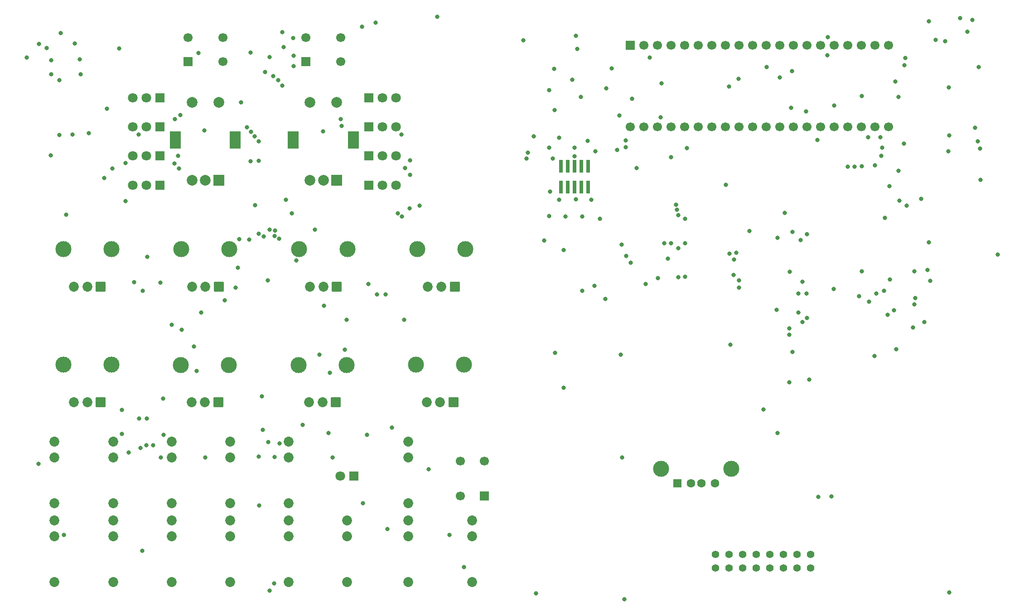
<source format=gbr>
%TF.GenerationSoftware,KiCad,Pcbnew,(6.0.10)*%
%TF.CreationDate,2023-02-08T13:20:32+00:00*%
%TF.ProjectId,fjol-daisy,666a6f6c-2d64-4616-9973-792e6b696361,rev?*%
%TF.SameCoordinates,Original*%
%TF.FileFunction,Soldermask,Bot*%
%TF.FilePolarity,Negative*%
%FSLAX46Y46*%
G04 Gerber Fmt 4.6, Leading zero omitted, Abs format (unit mm)*
G04 Created by KiCad (PCBNEW (6.0.10)) date 2023-02-08 13:20:32*
%MOMM*%
%LPD*%
G01*
G04 APERTURE LIST*
G04 Aperture macros list*
%AMRoundRect*
0 Rectangle with rounded corners*
0 $1 Rounding radius*
0 $2 $3 $4 $5 $6 $7 $8 $9 X,Y pos of 4 corners*
0 Add a 4 corners polygon primitive as box body*
4,1,4,$2,$3,$4,$5,$6,$7,$8,$9,$2,$3,0*
0 Add four circle primitives for the rounded corners*
1,1,$1+$1,$2,$3*
1,1,$1+$1,$4,$5*
1,1,$1+$1,$6,$7*
1,1,$1+$1,$8,$9*
0 Add four rect primitives between the rounded corners*
20,1,$1+$1,$2,$3,$4,$5,0*
20,1,$1+$1,$4,$5,$6,$7,0*
20,1,$1+$1,$6,$7,$8,$9,0*
20,1,$1+$1,$8,$9,$2,$3,0*%
G04 Aperture macros list end*
%ADD10C,1.853200*%
%ADD11R,0.740000X2.400000*%
%ADD12RoundRect,0.101600X-0.825000X0.825000X-0.825000X-0.825000X0.825000X-0.825000X0.825000X0.825000X0*%
%ADD13C,2.997200*%
%ADD14R,1.700000X1.700000*%
%ADD15C,1.700000*%
%ADD16C,1.422400*%
%ADD17R,2.000000X2.000000*%
%ADD18C,2.000000*%
%ADD19R,2.000000X3.200000*%
%ADD20R,1.800000X1.800000*%
%ADD21C,1.800000*%
%ADD22R,1.600000X1.500000*%
%ADD23C,1.600000*%
%ADD24C,3.000000*%
%ADD25C,0.800000*%
G04 APERTURE END LIST*
D10*
%TO.C,CV-RAT1*%
X141912082Y-157358929D03*
X141912082Y-148858929D03*
X141912082Y-145858929D03*
%TD*%
%TO.C,CV-REL1*%
X109100602Y-157358929D03*
X109100602Y-148858929D03*
X109100602Y-145858929D03*
%TD*%
%TO.C,CV-PM1*%
X152849242Y-157358929D03*
X152849242Y-148858929D03*
X152849242Y-145858929D03*
%TD*%
%TO.C,CV-RAT2*%
X120037762Y-157358929D03*
X120037762Y-148858929D03*
X120037762Y-145858929D03*
%TD*%
%TO.C,CV-PM2*%
X130974922Y-157358929D03*
X130974922Y-148858929D03*
X130974922Y-145858929D03*
%TD*%
%TO.C,LEFT-OUT1*%
X98163438Y-142626929D03*
X98163438Y-134126929D03*
X98163438Y-131126929D03*
%TD*%
%TO.C,GATE-OUT1*%
X164286402Y-142626929D03*
X164286402Y-134126929D03*
X164286402Y-131126929D03*
%TD*%
%TO.C,RIGHT-OUT1*%
X98163438Y-157346180D03*
X98163438Y-148846180D03*
X98163438Y-145846180D03*
%TD*%
%TO.C,CV-CTL2*%
X130974922Y-142626929D03*
X130974922Y-134126929D03*
X130974922Y-131126929D03*
%TD*%
%TO.C,cv-cutoff1*%
X141912082Y-142626929D03*
X141912082Y-134126929D03*
X141912082Y-131126929D03*
%TD*%
D11*
%TO.C,J2*%
X192785000Y-79650000D03*
X192785000Y-83550000D03*
X194055000Y-79650000D03*
X194055000Y-83550000D03*
X195325000Y-79650000D03*
X195325000Y-83550000D03*
X196595000Y-79650000D03*
X196595000Y-83550000D03*
X197865000Y-79650000D03*
X197865000Y-83550000D03*
%TD*%
D12*
%TO.C,ATTACK1*%
X172700338Y-123732280D03*
D10*
X170200338Y-123732280D03*
X167700338Y-123732280D03*
D13*
X174700338Y-116732280D03*
X165700338Y-116732280D03*
%TD*%
D12*
%TO.C,cutoff1*%
X128768338Y-123795780D03*
D10*
X126268338Y-123795780D03*
X123768338Y-123795780D03*
D13*
X130768338Y-116795780D03*
X121768338Y-116795780D03*
%TD*%
D12*
%TO.C,RELEASE1*%
X150734338Y-123795780D03*
D10*
X148234338Y-123795780D03*
X145734338Y-123795780D03*
D13*
X152734338Y-116795780D03*
X143734338Y-116795780D03*
%TD*%
D14*
%TO.C,sw-midi1*%
X178473562Y-141246180D03*
D15*
X178473562Y-134746180D03*
X173973562Y-141246180D03*
X173973562Y-134746180D03*
%TD*%
D12*
%TO.C,CTL2*%
X106802338Y-123747280D03*
D10*
X104302338Y-123747280D03*
X101802338Y-123747280D03*
D13*
X108802338Y-116747280D03*
X99802338Y-116747280D03*
%TD*%
D10*
%TO.C,MIDI-IN1*%
X176223562Y-157358929D03*
X176223562Y-148858929D03*
X176223562Y-145858929D03*
%TD*%
%TO.C,MIDI-THRU1*%
X164286402Y-157358929D03*
X164286402Y-148858929D03*
X164286402Y-145858929D03*
%TD*%
D16*
%TO.C,J1*%
X221698404Y-152196800D03*
X221698404Y-154736800D03*
X224238404Y-152196800D03*
X224238404Y-154736800D03*
X226778404Y-152196800D03*
X226778404Y-154736800D03*
X229318404Y-152196800D03*
X229318404Y-154736800D03*
X231858404Y-152196800D03*
X231858404Y-154736800D03*
X234398404Y-152196800D03*
X234398404Y-154736800D03*
X236938404Y-152196800D03*
X236938404Y-154736800D03*
X239478404Y-152196800D03*
X239478404Y-154736800D03*
%TD*%
D14*
%TO.C,sw-sel2*%
X123103372Y-60096180D03*
D15*
X129603372Y-60096180D03*
X123103372Y-55596180D03*
X129603372Y-55596180D03*
%TD*%
D17*
%TO.C,SW3*%
X150895905Y-82246180D03*
D18*
X145895905Y-82246180D03*
X148395905Y-82246180D03*
D19*
X153995905Y-74746180D03*
X142795905Y-74746180D03*
D18*
X145895905Y-67746180D03*
X150895905Y-67746180D03*
%TD*%
D17*
%TO.C,SW4*%
X128853372Y-82246180D03*
D18*
X123853372Y-82246180D03*
X126353372Y-82246180D03*
D19*
X120753372Y-74746180D03*
X131953372Y-74746180D03*
D18*
X123853372Y-67746180D03*
X128853372Y-67746180D03*
%TD*%
D10*
%TO.C,CV-CTL3*%
X120037762Y-142626929D03*
X120037762Y-134126929D03*
X120037762Y-131126929D03*
%TD*%
%TO.C,CV-CTL4*%
X109100602Y-142626929D03*
X109100602Y-134126929D03*
X109100602Y-131126929D03*
%TD*%
D20*
%TO.C,D5*%
X156867172Y-66821180D03*
D21*
X159407172Y-66821180D03*
X161947172Y-66821180D03*
%TD*%
D20*
%TO.C,D6*%
X156867172Y-72271180D03*
D21*
X159407172Y-72271180D03*
X161947172Y-72271180D03*
%TD*%
D20*
%TO.C,D7*%
X156867172Y-77721180D03*
D21*
X159407172Y-77721180D03*
X161947172Y-77721180D03*
%TD*%
D20*
%TO.C,D8*%
X156867172Y-83171180D03*
D21*
X159407172Y-83171180D03*
X161947172Y-83171180D03*
%TD*%
D20*
%TO.C,D9*%
X117882105Y-66821180D03*
D21*
X115342105Y-66821180D03*
X112802105Y-66821180D03*
%TD*%
D20*
%TO.C,D10*%
X117882105Y-72271180D03*
D21*
X115342105Y-72271180D03*
X112802105Y-72271180D03*
%TD*%
D20*
%TO.C,D11*%
X117882105Y-77721180D03*
D21*
X115342105Y-77721180D03*
X112802105Y-77721180D03*
%TD*%
D20*
%TO.C,D12*%
X117882105Y-83171180D03*
D21*
X115342105Y-83171180D03*
X112802105Y-83171180D03*
%TD*%
D14*
%TO.C,sw-sel1*%
X145145905Y-60096180D03*
D15*
X151645905Y-60096180D03*
X145145905Y-55596180D03*
X151645905Y-55596180D03*
%TD*%
D12*
%TO.C,PM2*%
X128853373Y-102133480D03*
D10*
X126353373Y-102133480D03*
X123853373Y-102133480D03*
D13*
X130853373Y-95133480D03*
X121853373Y-95133480D03*
%TD*%
D12*
%TO.C,RATIO1*%
X150895905Y-102133480D03*
D10*
X148395905Y-102133480D03*
X145895905Y-102133480D03*
D13*
X152895905Y-95133480D03*
X143895905Y-95133480D03*
%TD*%
D12*
%TO.C,RATIO2*%
X106810838Y-102133480D03*
D10*
X104310838Y-102133480D03*
X101810838Y-102133480D03*
D13*
X108810838Y-95133480D03*
X99810838Y-95133480D03*
%TD*%
D12*
%TO.C,PM1*%
X172938438Y-102133480D03*
D10*
X170438438Y-102133480D03*
X167938438Y-102133480D03*
D13*
X174938438Y-95133480D03*
X165938438Y-95133480D03*
%TD*%
D14*
%TO.C,A1*%
X205775000Y-57022500D03*
D15*
X208315000Y-57022500D03*
X210855000Y-57022500D03*
X213395000Y-57022500D03*
X215935000Y-57022500D03*
X218475000Y-57022500D03*
X221015000Y-57022500D03*
X223555000Y-57022500D03*
X226095000Y-57022500D03*
X228635000Y-57022500D03*
X231175000Y-57022500D03*
X233715000Y-57022500D03*
X236255000Y-57022500D03*
X238795000Y-57022500D03*
X241335000Y-57022500D03*
X243875000Y-57022500D03*
X246415000Y-57022500D03*
X248955000Y-57022500D03*
X251495000Y-57022500D03*
X254035000Y-57022500D03*
X254035000Y-72262500D03*
X251495000Y-72262500D03*
X248955000Y-72262500D03*
X246415000Y-72262500D03*
X243875000Y-72262500D03*
X241335000Y-72262500D03*
X238795000Y-72262500D03*
X236255000Y-72262500D03*
X233715000Y-72262500D03*
X231175000Y-72262500D03*
X228635000Y-72262500D03*
X226095000Y-72262500D03*
X223555000Y-72262500D03*
X221015000Y-72262500D03*
X218475000Y-72262500D03*
X215935000Y-72262500D03*
X213395000Y-72262500D03*
X210855000Y-72262500D03*
X208315000Y-72262500D03*
X205775000Y-72262500D03*
%TD*%
D22*
%TO.C,X1*%
X214570000Y-138880000D03*
D23*
X217070000Y-138880000D03*
X219070000Y-138880000D03*
X221570000Y-138880000D03*
D24*
X211500000Y-136170000D03*
X224640000Y-136170000D03*
%TD*%
D20*
%TO.C,D4*%
X154124242Y-137575000D03*
D21*
X151584242Y-137575000D03*
%TD*%
D25*
X158191200Y-52832000D03*
X125069600Y-58470800D03*
X274421600Y-96189800D03*
X225075000Y-100000000D03*
X214750000Y-100425000D03*
X212100000Y-94075000D03*
X228000000Y-91750000D03*
X215975000Y-94025000D03*
X225600000Y-95825000D03*
X271075000Y-76325000D03*
X211437500Y-70487500D03*
X205800000Y-97675000D03*
X196799200Y-102946200D03*
X235458000Y-109931200D03*
X251725000Y-103475000D03*
X258875000Y-105450000D03*
X255050000Y-106550000D03*
X261325000Y-99000000D03*
X235458000Y-111150400D03*
X254254000Y-100787200D03*
X248513600Y-103936800D03*
X248970800Y-99263200D03*
X236025000Y-91950000D03*
X261525000Y-93875000D03*
X240875000Y-141425000D03*
X260705600Y-108813600D03*
X243370100Y-141338300D03*
X236045900Y-114329100D03*
X140730000Y-54550000D03*
X107416600Y-81813400D03*
X142870000Y-58980000D03*
X142525000Y-88475000D03*
X111429800Y-79019400D03*
X138310000Y-59260000D03*
X111430000Y-86130000D03*
X141375000Y-85950000D03*
X137051438Y-128901180D03*
X142850000Y-60930000D03*
X142790000Y-55660000D03*
X107975400Y-68935600D03*
X120050000Y-109275000D03*
X113988438Y-126796180D03*
X140226438Y-131441180D03*
X115438438Y-126796180D03*
X108940600Y-80086200D03*
X110738438Y-125221180D03*
X115334438Y-131822180D03*
X129988438Y-104721180D03*
X224485200Y-113030000D03*
X201117200Y-104419400D03*
X197775000Y-74900000D03*
X204875000Y-76050000D03*
X251409200Y-115112800D03*
X204000000Y-114850000D03*
X191681100Y-114515900D03*
X189636400Y-93563600D03*
X204622400Y-160578800D03*
X265362500Y-159287500D03*
X204100000Y-94325000D03*
X148538438Y-105696180D03*
X147638438Y-114896180D03*
X247625000Y-79700000D03*
X193325000Y-95350000D03*
X95188438Y-135296180D03*
X121938438Y-110196180D03*
X125588438Y-106996180D03*
X99938438Y-148596180D03*
X138338438Y-158946180D03*
X136388438Y-143096180D03*
X171938438Y-148546180D03*
X136338438Y-133946180D03*
X144538438Y-127996180D03*
X174688438Y-154546180D03*
X92933209Y-59354409D03*
X97427438Y-77593180D03*
X134765438Y-78736180D03*
X134765438Y-58416180D03*
X132987438Y-67687180D03*
X155593438Y-53590180D03*
X148354438Y-73148180D03*
X140988438Y-57400180D03*
X169690438Y-51685180D03*
X126184938Y-72949680D03*
X257000000Y-60800000D03*
X257175000Y-59425000D03*
X155810000Y-142680000D03*
X168038438Y-136296180D03*
X136888438Y-122646180D03*
X185750000Y-56100000D03*
X203250000Y-76575000D03*
X233075000Y-106475000D03*
X186375000Y-78200000D03*
X191300000Y-78200000D03*
X192425000Y-74300000D03*
X195625000Y-55250000D03*
X199075000Y-101975000D03*
X140113438Y-93171180D03*
X156809638Y-101642380D03*
X134563438Y-93371180D03*
X113028572Y-101356046D03*
X143313438Y-97271180D03*
X158438438Y-103646180D03*
X146838438Y-91471180D03*
X159988438Y-103596180D03*
X137988438Y-100971180D03*
X139242800Y-92710000D03*
X117960106Y-101374512D03*
X131988438Y-102321180D03*
X114213438Y-132321180D03*
X163463438Y-108346180D03*
X124238438Y-113346180D03*
X152763438Y-108321180D03*
X116588438Y-131821180D03*
X225175000Y-97125000D03*
X212775000Y-96900000D03*
X210875000Y-100600000D03*
X226025000Y-102300000D03*
X215975000Y-100300000D03*
X226025000Y-101025000D03*
X258800000Y-99300000D03*
X234594400Y-88341200D03*
X261772400Y-101041200D03*
X190575000Y-65400000D03*
X230600000Y-125100000D03*
X206925000Y-79950000D03*
X211575000Y-64175000D03*
X250342400Y-105003600D03*
X237900000Y-101225000D03*
X193300000Y-121050000D03*
X255473200Y-113842800D03*
X235575000Y-99350000D03*
X208625000Y-101700000D03*
X201250000Y-65125000D03*
X188163200Y-159461200D03*
X250225000Y-74250000D03*
X259000000Y-104250000D03*
X206075000Y-67025000D03*
X249050000Y-66550000D03*
X243789200Y-102565200D03*
X252475000Y-74250000D03*
X195825000Y-57700000D03*
X260096000Y-85775800D03*
X253175000Y-102900000D03*
X204200000Y-134130000D03*
X237950000Y-108750000D03*
X187700000Y-74050000D03*
X253350000Y-89325000D03*
X253796800Y-107442000D03*
X258575000Y-109750000D03*
X124688438Y-117946180D03*
X126288438Y-134096180D03*
X138088438Y-131246180D03*
X114588438Y-151496180D03*
X149388438Y-129496180D03*
X149648338Y-118286280D03*
X161238438Y-128486562D03*
X156580000Y-129840000D03*
X152375000Y-113975000D03*
X110738438Y-129671180D03*
X112000938Y-133158680D03*
X118513438Y-129846180D03*
X118488438Y-123121180D03*
X118013438Y-134046180D03*
X136296400Y-92252800D03*
X137538438Y-61996180D03*
X137261600Y-92811600D03*
X139038438Y-62796180D03*
X138379200Y-91490800D03*
X139988438Y-63596180D03*
X139344400Y-91694000D03*
X140688438Y-64596180D03*
X166338438Y-86996180D03*
X164566600Y-78536800D03*
X162977180Y-73696180D03*
X164500000Y-87525000D03*
X163075000Y-89025000D03*
X164638438Y-81246180D03*
X162275000Y-88475000D03*
X163688438Y-79946180D03*
X134138438Y-72346180D03*
X113888438Y-73696180D03*
X121288438Y-77696180D03*
X134838438Y-73196180D03*
X135588438Y-74046180D03*
X120538438Y-79146180D03*
X121438438Y-80046180D03*
X136288438Y-74996180D03*
X132663438Y-93271180D03*
X115513438Y-96571180D03*
X150088438Y-134096180D03*
X160388438Y-147496180D03*
X209375000Y-59325000D03*
X204962500Y-96387500D03*
X233222800Y-129489200D03*
X224225000Y-64725000D03*
X255900000Y-80525000D03*
X271200000Y-82225000D03*
X255875000Y-66725000D03*
X233225000Y-93050000D03*
X213375000Y-94025000D03*
X114613438Y-102946180D03*
X132388438Y-98596180D03*
X139188438Y-157646180D03*
X139288438Y-133996180D03*
X110214420Y-57654180D03*
X120668438Y-70862180D03*
X97554438Y-59813180D03*
X96665438Y-57527180D03*
X102888438Y-59686180D03*
X121684438Y-70100180D03*
X97554438Y-62480180D03*
X95268438Y-56765180D03*
X101981000Y-56743600D03*
X151656438Y-70862180D03*
X103015438Y-62480180D03*
X151783438Y-72132180D03*
X268757400Y-54533800D03*
X265277600Y-64922400D03*
X231225000Y-61075000D03*
X248975000Y-79645000D03*
X238775000Y-108050000D03*
X235450000Y-120000000D03*
X239200000Y-119500000D03*
X238750000Y-92350000D03*
X238675000Y-103425000D03*
X237150000Y-103475000D03*
X251450000Y-79475000D03*
X237125000Y-106975000D03*
X237575000Y-93425000D03*
X269646400Y-52324000D03*
X267360400Y-51968400D03*
X264575000Y-56244200D03*
X270850000Y-61075000D03*
X261550000Y-52575000D03*
X242625000Y-55550000D03*
X242600000Y-58900000D03*
X262825000Y-56025000D03*
X99034600Y-63601600D03*
X99288600Y-54762400D03*
X214725000Y-94975000D03*
X224250000Y-96025000D03*
X256875000Y-75400000D03*
X265200000Y-76825000D03*
X226000000Y-63325000D03*
X255275000Y-63825000D03*
X99078438Y-73783180D03*
X136289438Y-78609180D03*
X233680000Y-63042800D03*
X265375000Y-73875000D03*
X270650000Y-74950000D03*
X235966000Y-61849000D03*
X194875000Y-63475000D03*
X235775000Y-68725000D03*
X196500000Y-66725000D03*
X191540000Y-61415000D03*
X135675000Y-86950000D03*
X101499218Y-73685400D03*
X100338438Y-88696180D03*
X104597200Y-73507600D03*
X254175000Y-83400000D03*
X270179800Y-72466200D03*
X238575000Y-69375000D03*
X203675000Y-70150000D03*
X240725000Y-74725000D03*
X191607500Y-69142500D03*
X243875000Y-68275000D03*
X202275000Y-61400000D03*
X223650000Y-83100000D03*
X246375000Y-79725000D03*
X186650000Y-77100000D03*
X190775000Y-84425000D03*
X199225000Y-76875000D03*
X192475000Y-85925000D03*
X195350000Y-76200000D03*
X195350000Y-77776200D03*
X190550000Y-76200000D03*
X195575000Y-85800000D03*
X204925000Y-74800000D03*
X198500000Y-85875000D03*
X190575000Y-88975000D03*
X214275000Y-86825000D03*
X193625000Y-89075000D03*
X214500000Y-87775000D03*
X196775000Y-89025000D03*
X214700000Y-88800000D03*
X216000000Y-89500000D03*
X200075000Y-89475000D03*
X216300000Y-76225000D03*
X252800000Y-76200000D03*
X257425000Y-87000000D03*
X256025000Y-86075000D03*
X213350000Y-77950000D03*
X252650000Y-77675000D03*
M02*

</source>
